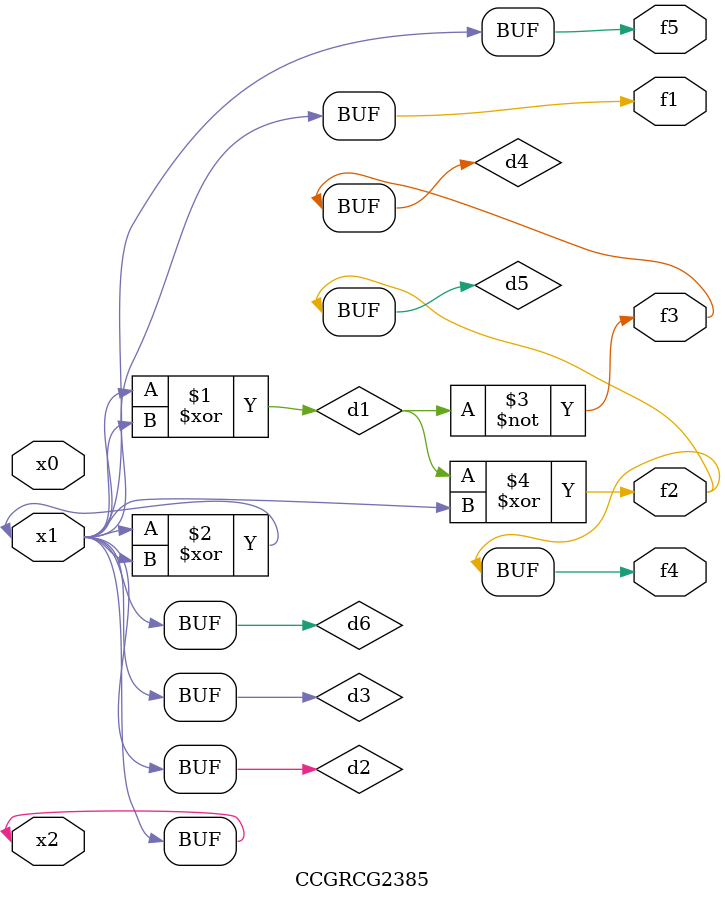
<source format=v>
module CCGRCG2385(
	input x0, x1, x2,
	output f1, f2, f3, f4, f5
);

	wire d1, d2, d3, d4, d5, d6;

	xor (d1, x1, x2);
	buf (d2, x1, x2);
	xor (d3, x1, x2);
	nor (d4, d1);
	xor (d5, d1, d2);
	buf (d6, d2, d3);
	assign f1 = d6;
	assign f2 = d5;
	assign f3 = d4;
	assign f4 = d5;
	assign f5 = d6;
endmodule

</source>
